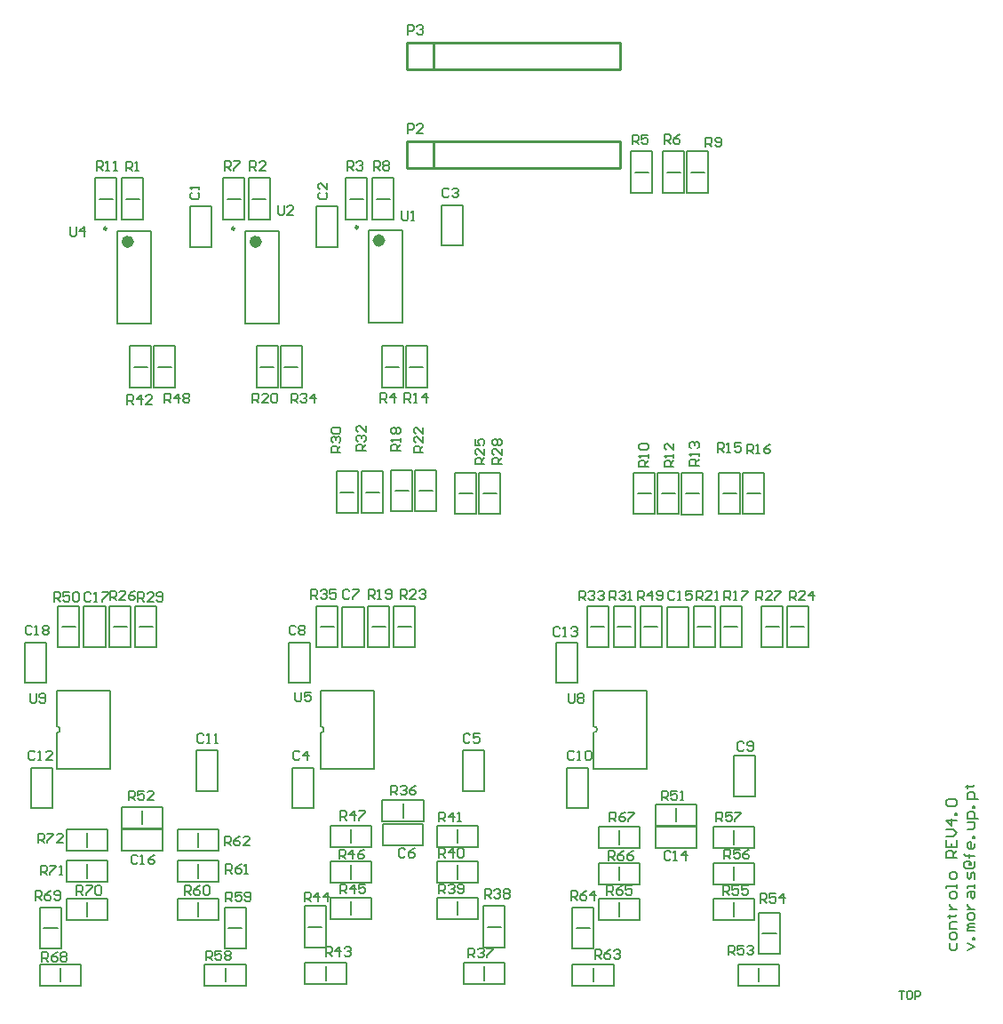
<source format=gbr>
G04 Layer_Color=65535*
%FSLAX25Y25*%
%MOIN*%
%TF.FileFunction,Legend,Top*%
%TF.Part,Single*%
G01*
G75*
%TA.AperFunction,NonConductor*%
%ADD40C,0.01000*%
%ADD41C,0.00787*%
%ADD42C,0.00700*%
%ADD43C,0.00600*%
%ADD63C,0.00984*%
%ADD64C,0.02362*%
%ADD65C,0.00500*%
%ADD66C,0.00800*%
D40*
X169500Y308500D02*
Y318500D01*
X159500Y308500D02*
X239500D01*
Y318500D01*
X159500D02*
X239500D01*
X159500Y308500D02*
Y318500D01*
X169500Y345500D02*
Y355500D01*
X159500Y345500D02*
X239500D01*
Y355500D01*
X159500D02*
X239500D01*
X159500Y345500D02*
Y355500D01*
D41*
X28000Y96707D02*
G03*
X28000Y99207I0J1250D01*
G01*
X127000Y96707D02*
G03*
X127000Y99207I0J1250D01*
G01*
X229500Y96707D02*
G03*
X229500Y99207I0J1250D01*
G01*
X43941Y297000D02*
X49059D01*
X147941Y297000D02*
X153059D01*
X91941Y297000D02*
X97059D01*
X256941Y307000D02*
X262059D01*
X157937Y64941D02*
Y70059D01*
X178437Y28441D02*
Y33559D01*
X178437Y41941D02*
Y47059D01*
X178437Y55441D02*
Y60559D01*
X189618Y24000D02*
X194736D01*
X188437Y3941D02*
Y9059D01*
X138500Y55441D02*
Y60559D01*
X138437Y41941D02*
Y47059D01*
X138437Y28441D02*
Y33559D01*
X122378Y24000D02*
X127496D01*
X128937Y3941D02*
Y9059D01*
X260500Y63441D02*
Y68559D01*
X291500Y3441D02*
Y8559D01*
X292878Y21500D02*
X297996D01*
X282000Y27941D02*
Y33059D01*
X282000Y41441D02*
Y46559D01*
X282000Y54941D02*
Y60059D01*
X229240Y3441D02*
Y8559D01*
X222941Y23500D02*
X228059D01*
X239000Y27941D02*
Y33059D01*
X239000Y41441D02*
Y46559D01*
X239000Y54941D02*
Y60059D01*
X101441Y297000D02*
X106559D01*
X137941D02*
X143059D01*
X28000Y83331D02*
Y96707D01*
Y99207D02*
Y112583D01*
X48000D01*
Y83331D02*
Y112583D01*
X28000Y83331D02*
X48000D01*
X29941Y136500D02*
X35059D01*
X146274D02*
X151392D01*
X155941Y136500D02*
X161059D01*
X126941Y136500D02*
X132059D01*
X29486Y3441D02*
Y8559D01*
X23187Y23500D02*
X28305D01*
X91246Y3441D02*
Y8559D01*
X92427Y23500D02*
X97545D01*
X81000Y27941D02*
Y33059D01*
X39500Y27941D02*
Y33059D01*
X39500Y42334D02*
Y47452D01*
X39500Y54048D02*
Y59166D01*
X81000Y42334D02*
Y47452D01*
X81000Y54048D02*
Y59166D01*
X60000Y62441D02*
Y67559D01*
X49274Y136500D02*
X54392D01*
X58941Y136500D02*
X64059D01*
X127000Y83331D02*
Y96707D01*
Y99207D02*
Y112583D01*
X147000D01*
Y83331D02*
Y112583D01*
X127000Y83331D02*
X147000D01*
X229500D02*
Y96707D01*
Y99207D02*
Y112583D01*
X249500D01*
Y83331D02*
Y112583D01*
X229500Y83331D02*
X249500D01*
X228441Y136500D02*
X233559D01*
X238423Y136500D02*
X243541D01*
X248405D02*
X253523D01*
X268441D02*
X273559D01*
X278441Y136500D02*
X283559D01*
X293941Y136500D02*
X299059D01*
X303441Y136500D02*
X308559D01*
X286941Y186500D02*
X292059D01*
X277941D02*
X283059D01*
X263941Y186437D02*
X269059D01*
X254941Y186500D02*
X260059D01*
X245941Y186500D02*
X251059D01*
X187941Y186500D02*
X193059D01*
X178941Y186500D02*
X184059D01*
X163941Y187500D02*
X169059D01*
X154941Y187500D02*
X160059D01*
X143941Y187000D02*
X149059D01*
X134441Y187000D02*
X139559D01*
X56941Y234000D02*
X62059D01*
X65941D02*
X71059D01*
X104441D02*
X109559D01*
X113441D02*
X118559D01*
X151441D02*
X156559D01*
X160441D02*
X165559D01*
X144972Y250677D02*
Y285323D01*
X157571Y250677D02*
Y285323D01*
X144972D02*
X157571D01*
X144972Y250677D02*
X157571D01*
X98701Y250177D02*
Y284823D01*
X111299Y250177D02*
Y284823D01*
X98701D02*
X111299D01*
X98701Y250177D02*
X111299D01*
X50701D02*
Y284823D01*
X63299Y250177D02*
Y284823D01*
X50701D02*
X63299D01*
X50701Y250177D02*
X63299D01*
X53941Y297000D02*
X59059D01*
X244941Y307000D02*
X250059D01*
X265941D02*
X271059D01*
D42*
X42995Y307650D02*
Y311149D01*
X44745D01*
X45328Y310566D01*
Y309400D01*
X44745Y308817D01*
X42995D01*
X44162D02*
X45328Y307650D01*
X46494D02*
X47660D01*
X47077D01*
Y311149D01*
X46494Y310566D01*
X49410Y307650D02*
X50576D01*
X49993D01*
Y311149D01*
X49410Y310566D01*
X146995Y307650D02*
Y311149D01*
X148745D01*
X149328Y310566D01*
Y309400D01*
X148745Y308817D01*
X146995D01*
X148162D02*
X149328Y307650D01*
X150494Y310566D02*
X151077Y311149D01*
X152244D01*
X152827Y310566D01*
Y309983D01*
X152244Y309400D01*
X152827Y308817D01*
Y308233D01*
X152244Y307650D01*
X151077D01*
X150494Y308233D01*
Y308817D01*
X151077Y309400D01*
X150494Y309983D01*
Y310566D01*
X151077Y309400D02*
X152244D01*
X90995Y307650D02*
Y311149D01*
X92745D01*
X93328Y310566D01*
Y309400D01*
X92745Y308817D01*
X90995D01*
X92162D02*
X93328Y307650D01*
X94494Y311149D02*
X96827D01*
Y310566D01*
X94494Y308233D01*
Y307650D01*
X68500Y220500D02*
Y223999D01*
X70249D01*
X70833Y223416D01*
Y222249D01*
X70249Y221666D01*
X68500D01*
X69666D02*
X70833Y220500D01*
X73748D02*
Y223999D01*
X71999Y222249D01*
X74331D01*
X75498Y223416D02*
X76081Y223999D01*
X77247D01*
X77830Y223416D01*
Y222833D01*
X77247Y222249D01*
X77830Y221666D01*
Y221083D01*
X77247Y220500D01*
X76081D01*
X75498Y221083D01*
Y221666D01*
X76081Y222249D01*
X75498Y222833D01*
Y223416D01*
X76081Y222249D02*
X77247D01*
X54500Y220000D02*
Y223499D01*
X56249D01*
X56833Y222916D01*
Y221749D01*
X56249Y221166D01*
X54500D01*
X55666D02*
X56833Y220000D01*
X59748D02*
Y223499D01*
X57999Y221749D01*
X60331D01*
X63830Y220000D02*
X61498D01*
X63830Y222333D01*
Y222916D01*
X63247Y223499D01*
X62081D01*
X61498Y222916D01*
X116000Y220500D02*
Y223999D01*
X117749D01*
X118333Y223416D01*
Y222249D01*
X117749Y221666D01*
X116000D01*
X117166D02*
X118333Y220500D01*
X119499Y223416D02*
X120082Y223999D01*
X121248D01*
X121831Y223416D01*
Y222833D01*
X121248Y222249D01*
X120665D01*
X121248D01*
X121831Y221666D01*
Y221083D01*
X121248Y220500D01*
X120082D01*
X119499Y221083D01*
X124747Y220500D02*
Y223999D01*
X122998Y222249D01*
X125330D01*
X101500Y220500D02*
Y223999D01*
X103249D01*
X103833Y223416D01*
Y222249D01*
X103249Y221666D01*
X101500D01*
X102666D02*
X103833Y220500D01*
X107331D02*
X104999D01*
X107331Y222833D01*
Y223416D01*
X106748Y223999D01*
X105582D01*
X104999Y223416D01*
X108498D02*
X109081Y223999D01*
X110247D01*
X110830Y223416D01*
Y221083D01*
X110247Y220500D01*
X109081D01*
X108498Y221083D01*
Y223416D01*
X158495Y220650D02*
Y224149D01*
X160245D01*
X160828Y223566D01*
Y222400D01*
X160245Y221817D01*
X158495D01*
X159662D02*
X160828Y220650D01*
X161994D02*
X163160D01*
X162577D01*
Y224149D01*
X161994Y223566D01*
X166659Y220650D02*
Y224149D01*
X164910Y222400D01*
X167242D01*
X149495Y220650D02*
Y224149D01*
X151245D01*
X151828Y223566D01*
Y222400D01*
X151245Y221817D01*
X149495D01*
X150662D02*
X151828Y220650D01*
X154744D02*
Y224149D01*
X152994Y222400D01*
X155327D01*
X271500Y316500D02*
Y319999D01*
X273249D01*
X273833Y319416D01*
Y318249D01*
X273249Y317666D01*
X271500D01*
X272666D02*
X273833Y316500D01*
X274999Y317083D02*
X275582Y316500D01*
X276748D01*
X277331Y317083D01*
Y319416D01*
X276748Y319999D01*
X275582D01*
X274999Y319416D01*
Y318833D01*
X275582Y318249D01*
X277331D01*
X255995Y317650D02*
Y321149D01*
X257745D01*
X258328Y320566D01*
Y319400D01*
X257745Y318817D01*
X255995D01*
X257162D02*
X258328Y317650D01*
X261827Y321149D02*
X260660Y320566D01*
X259494Y319400D01*
Y318233D01*
X260077Y317650D01*
X261244D01*
X261827Y318233D01*
Y318817D01*
X261244Y319400D01*
X259494D01*
X244000Y317500D02*
Y320999D01*
X245749D01*
X246333Y320416D01*
Y319249D01*
X245749Y318666D01*
X244000D01*
X245166D02*
X246333Y317500D01*
X249831Y320999D02*
X247499D01*
Y319249D01*
X248665Y319833D01*
X249248D01*
X249831Y319249D01*
Y318083D01*
X249248Y317500D01*
X248082D01*
X247499Y318083D01*
X269000Y197000D02*
X265501D01*
Y198749D01*
X266084Y199333D01*
X267251D01*
X267834Y198749D01*
Y197000D01*
Y198166D02*
X269000Y199333D01*
Y200499D02*
Y201665D01*
Y201082D01*
X265501D01*
X266084Y200499D01*
Y203415D02*
X265501Y203998D01*
Y205164D01*
X266084Y205747D01*
X266667D01*
X267251Y205164D01*
Y204581D01*
Y205164D01*
X267834Y205747D01*
X268417D01*
X269000Y205164D01*
Y203998D01*
X268417Y203415D01*
X259500Y196500D02*
X256001D01*
Y198249D01*
X256584Y198833D01*
X257751D01*
X258334Y198249D01*
Y196500D01*
Y197666D02*
X259500Y198833D01*
Y199999D02*
Y201165D01*
Y200582D01*
X256001D01*
X256584Y199999D01*
X259500Y205247D02*
Y202915D01*
X257167Y205247D01*
X256584D01*
X256001Y204664D01*
Y203498D01*
X256584Y202915D01*
X250000Y196500D02*
X246501D01*
Y198249D01*
X247084Y198833D01*
X248251D01*
X248834Y198249D01*
Y196500D01*
Y197666D02*
X250000Y198833D01*
Y199999D02*
Y201165D01*
Y200582D01*
X246501D01*
X247084Y199999D01*
Y202915D02*
X246501Y203498D01*
Y204664D01*
X247084Y205247D01*
X249417D01*
X250000Y204664D01*
Y203498D01*
X249417Y202915D01*
X247084D01*
X144000Y202500D02*
X140501D01*
Y204249D01*
X141084Y204833D01*
X142251D01*
X142834Y204249D01*
Y202500D01*
Y203666D02*
X144000Y204833D01*
X141084Y205999D02*
X140501Y206582D01*
Y207748D01*
X141084Y208331D01*
X141667D01*
X142251Y207748D01*
Y207165D01*
Y207748D01*
X142834Y208331D01*
X143417D01*
X144000Y207748D01*
Y206582D01*
X143417Y205999D01*
X144000Y211830D02*
Y209498D01*
X141667Y211830D01*
X141084D01*
X140501Y211247D01*
Y210081D01*
X141084Y209498D01*
X134500Y202000D02*
X131001D01*
Y203749D01*
X131584Y204333D01*
X132751D01*
X133334Y203749D01*
Y202000D01*
Y203166D02*
X134500Y204333D01*
X131584Y205499D02*
X131001Y206082D01*
Y207248D01*
X131584Y207831D01*
X132167D01*
X132751Y207248D01*
Y206665D01*
Y207248D01*
X133334Y207831D01*
X133917D01*
X134500Y207248D01*
Y206082D01*
X133917Y205499D01*
X131584Y208998D02*
X131001Y209581D01*
Y210747D01*
X131584Y211330D01*
X133917D01*
X134500Y210747D01*
Y209581D01*
X133917Y208998D01*
X131584D01*
X195000Y197500D02*
X191501D01*
Y199249D01*
X192084Y199833D01*
X193251D01*
X193834Y199249D01*
Y197500D01*
Y198666D02*
X195000Y199833D01*
Y203331D02*
Y200999D01*
X192667Y203331D01*
X192084D01*
X191501Y202748D01*
Y201582D01*
X192084Y200999D01*
Y204498D02*
X191501Y205081D01*
Y206247D01*
X192084Y206830D01*
X192667D01*
X193251Y206247D01*
X193834Y206830D01*
X194417D01*
X195000Y206247D01*
Y205081D01*
X194417Y204498D01*
X193834D01*
X193251Y205081D01*
X192667Y204498D01*
X192084D01*
X193251Y205081D02*
Y206247D01*
X188500Y197500D02*
X185001D01*
Y199249D01*
X185584Y199833D01*
X186751D01*
X187334Y199249D01*
Y197500D01*
Y198666D02*
X188500Y199833D01*
Y203331D02*
Y200999D01*
X186167Y203331D01*
X185584D01*
X185001Y202748D01*
Y201582D01*
X185584Y200999D01*
X185001Y206830D02*
Y204498D01*
X186751D01*
X186167Y205664D01*
Y206247D01*
X186751Y206830D01*
X187917D01*
X188500Y206247D01*
Y205081D01*
X187917Y204498D01*
X165500Y202000D02*
X162001D01*
Y203749D01*
X162584Y204333D01*
X163751D01*
X164334Y203749D01*
Y202000D01*
Y203166D02*
X165500Y204333D01*
Y207831D02*
Y205499D01*
X163167Y207831D01*
X162584D01*
X162001Y207248D01*
Y206082D01*
X162584Y205499D01*
X165500Y211330D02*
Y208998D01*
X163167Y211330D01*
X162584D01*
X162001Y210747D01*
Y209581D01*
X162584Y208998D01*
X157000Y202500D02*
X153501D01*
Y204249D01*
X154084Y204833D01*
X155251D01*
X155834Y204249D01*
Y202500D01*
Y203666D02*
X157000Y204833D01*
Y205999D02*
Y207165D01*
Y206582D01*
X153501D01*
X154084Y205999D01*
Y208915D02*
X153501Y209498D01*
Y210664D01*
X154084Y211247D01*
X154667D01*
X155251Y210664D01*
X155834Y211247D01*
X156417D01*
X157000Y210664D01*
Y209498D01*
X156417Y208915D01*
X155834D01*
X155251Y209498D01*
X154667Y208915D01*
X154084D01*
X155251Y209498D02*
Y210664D01*
X287000Y201500D02*
Y204999D01*
X288749D01*
X289333Y204416D01*
Y203249D01*
X288749Y202666D01*
X287000D01*
X288166D02*
X289333Y201500D01*
X290499D02*
X291665D01*
X291082D01*
Y204999D01*
X290499Y204416D01*
X295747Y204999D02*
X294581Y204416D01*
X293415Y203249D01*
Y202083D01*
X293998Y201500D01*
X295164D01*
X295747Y202083D01*
Y202666D01*
X295164Y203249D01*
X293415D01*
X276000Y202000D02*
Y205499D01*
X277749D01*
X278333Y204916D01*
Y203749D01*
X277749Y203166D01*
X276000D01*
X277166D02*
X278333Y202000D01*
X279499D02*
X280665D01*
X280082D01*
Y205499D01*
X279499Y204916D01*
X284747Y205499D02*
X282415D01*
Y203749D01*
X283581Y204333D01*
X284164D01*
X284747Y203749D01*
Y202583D01*
X284164Y202000D01*
X282998D01*
X282415Y202583D01*
X224000Y146500D02*
Y149999D01*
X225749D01*
X226333Y149416D01*
Y148249D01*
X225749Y147666D01*
X224000D01*
X225166D02*
X226333Y146500D01*
X227499Y149416D02*
X228082Y149999D01*
X229248D01*
X229831Y149416D01*
Y148833D01*
X229248Y148249D01*
X228665D01*
X229248D01*
X229831Y147666D01*
Y147083D01*
X229248Y146500D01*
X228082D01*
X227499Y147083D01*
X230998Y149416D02*
X231581Y149999D01*
X232747D01*
X233330Y149416D01*
Y148833D01*
X232747Y148249D01*
X232164D01*
X232747D01*
X233330Y147666D01*
Y147083D01*
X232747Y146500D01*
X231581D01*
X230998Y147083D01*
X235500Y146500D02*
Y149999D01*
X237249D01*
X237833Y149416D01*
Y148249D01*
X237249Y147666D01*
X235500D01*
X236666D02*
X237833Y146500D01*
X238999Y149416D02*
X239582Y149999D01*
X240748D01*
X241331Y149416D01*
Y148833D01*
X240748Y148249D01*
X240165D01*
X240748D01*
X241331Y147666D01*
Y147083D01*
X240748Y146500D01*
X239582D01*
X238999Y147083D01*
X242498Y146500D02*
X243664D01*
X243081D01*
Y149999D01*
X242498Y149416D01*
X58500Y146000D02*
Y149499D01*
X60249D01*
X60833Y148916D01*
Y147749D01*
X60249Y147166D01*
X58500D01*
X59666D02*
X60833Y146000D01*
X64331D02*
X61999D01*
X64331Y148333D01*
Y148916D01*
X63748Y149499D01*
X62582D01*
X61999Y148916D01*
X65498Y146583D02*
X66081Y146000D01*
X67247D01*
X67830Y146583D01*
Y148916D01*
X67247Y149499D01*
X66081D01*
X65498Y148916D01*
Y148333D01*
X66081Y147749D01*
X67830D01*
X48000Y146500D02*
Y149999D01*
X49749D01*
X50333Y149416D01*
Y148249D01*
X49749Y147666D01*
X48000D01*
X49166D02*
X50333Y146500D01*
X53831D02*
X51499D01*
X53831Y148833D01*
Y149416D01*
X53248Y149999D01*
X52082D01*
X51499Y149416D01*
X57330Y149999D02*
X56164Y149416D01*
X54998Y148249D01*
Y147083D01*
X55581Y146500D01*
X56747D01*
X57330Y147083D01*
Y147666D01*
X56747Y148249D01*
X54998D01*
X157000Y147000D02*
Y150499D01*
X158749D01*
X159333Y149916D01*
Y148749D01*
X158749Y148166D01*
X157000D01*
X158166D02*
X159333Y147000D01*
X162831D02*
X160499D01*
X162831Y149333D01*
Y149916D01*
X162248Y150499D01*
X161082D01*
X160499Y149916D01*
X163998D02*
X164581Y150499D01*
X165747D01*
X166330Y149916D01*
Y149333D01*
X165747Y148749D01*
X165164D01*
X165747D01*
X166330Y148166D01*
Y147583D01*
X165747Y147000D01*
X164581D01*
X163998Y147583D01*
X145000Y147000D02*
Y150499D01*
X146749D01*
X147333Y149916D01*
Y148749D01*
X146749Y148166D01*
X145000D01*
X146166D02*
X147333Y147000D01*
X148499D02*
X149665D01*
X149082D01*
Y150499D01*
X148499Y149916D01*
X151415Y147583D02*
X151998Y147000D01*
X153164D01*
X153747Y147583D01*
Y149916D01*
X153164Y150499D01*
X151998D01*
X151415Y149916D01*
Y149333D01*
X151998Y148749D01*
X153747D01*
X117500Y111999D02*
Y109083D01*
X118083Y108500D01*
X119249D01*
X119833Y109083D01*
Y111999D01*
X123331D02*
X120999D01*
Y110249D01*
X122165Y110833D01*
X122748D01*
X123331Y110249D01*
Y109083D01*
X122748Y108500D01*
X121582D01*
X120999Y109083D01*
X153437Y73500D02*
Y76999D01*
X155186D01*
X155770Y76416D01*
Y75249D01*
X155186Y74666D01*
X153437D01*
X154603D02*
X155770Y73500D01*
X156936Y76416D02*
X157519Y76999D01*
X158685D01*
X159268Y76416D01*
Y75833D01*
X158685Y75249D01*
X158102D01*
X158685D01*
X159268Y74666D01*
Y74083D01*
X158685Y73500D01*
X157519D01*
X156936Y74083D01*
X162767Y76999D02*
X161601Y76416D01*
X160435Y75249D01*
Y74083D01*
X161018Y73500D01*
X162184D01*
X162767Y74083D01*
Y74666D01*
X162184Y75249D01*
X160435D01*
X123500Y147000D02*
Y150499D01*
X125249D01*
X125833Y149916D01*
Y148749D01*
X125249Y148166D01*
X123500D01*
X124666D02*
X125833Y147000D01*
X126999Y149916D02*
X127582Y150499D01*
X128748D01*
X129331Y149916D01*
Y149333D01*
X128748Y148749D01*
X128165D01*
X128748D01*
X129331Y148166D01*
Y147583D01*
X128748Y147000D01*
X127582D01*
X126999Y147583D01*
X132830Y150499D02*
X130498D01*
Y148749D01*
X131664Y149333D01*
X132247D01*
X132830Y148749D01*
Y147583D01*
X132247Y147000D01*
X131081D01*
X130498Y147583D01*
X171437Y36500D02*
Y39999D01*
X173186D01*
X173770Y39416D01*
Y38249D01*
X173186Y37666D01*
X171437D01*
X172603D02*
X173770Y36500D01*
X174936Y39416D02*
X175519Y39999D01*
X176685D01*
X177269Y39416D01*
Y38833D01*
X176685Y38249D01*
X176102D01*
X176685D01*
X177269Y37666D01*
Y37083D01*
X176685Y36500D01*
X175519D01*
X174936Y37083D01*
X178435D02*
X179018Y36500D01*
X180184D01*
X180767Y37083D01*
Y39416D01*
X180184Y39999D01*
X179018D01*
X178435Y39416D01*
Y38833D01*
X179018Y38249D01*
X180767D01*
X171437Y50000D02*
Y53499D01*
X173186D01*
X173770Y52916D01*
Y51749D01*
X173186Y51166D01*
X171437D01*
X172603D02*
X173770Y50000D01*
X176685D02*
Y53499D01*
X174936Y51749D01*
X177269D01*
X178435Y52916D02*
X179018Y53499D01*
X180184D01*
X180767Y52916D01*
Y50583D01*
X180184Y50000D01*
X179018D01*
X178435Y50583D01*
Y52916D01*
X171437Y63500D02*
Y66999D01*
X173186D01*
X173770Y66416D01*
Y65249D01*
X173186Y64666D01*
X171437D01*
X172603D02*
X173770Y63500D01*
X176685D02*
Y66999D01*
X174936Y65249D01*
X177269D01*
X178435Y63500D02*
X179601D01*
X179018D01*
Y66999D01*
X178435Y66416D01*
X188595Y34650D02*
Y38149D01*
X190345D01*
X190928Y37566D01*
Y36400D01*
X190345Y35817D01*
X188595D01*
X189762D02*
X190928Y34650D01*
X192094Y37566D02*
X192677Y38149D01*
X193844D01*
X194427Y37566D01*
Y36983D01*
X193844Y36400D01*
X193260D01*
X193844D01*
X194427Y35817D01*
Y35234D01*
X193844Y34650D01*
X192677D01*
X192094Y35234D01*
X195593Y37566D02*
X196176Y38149D01*
X197342D01*
X197926Y37566D01*
Y36983D01*
X197342Y36400D01*
X197926Y35817D01*
Y35234D01*
X197342Y34650D01*
X196176D01*
X195593Y35234D01*
Y35817D01*
X196176Y36400D01*
X195593Y36983D01*
Y37566D01*
X196176Y36400D02*
X197342D01*
X182437Y12500D02*
Y15999D01*
X184186D01*
X184770Y15416D01*
Y14249D01*
X184186Y13666D01*
X182437D01*
X183603D02*
X184770Y12500D01*
X185936Y15416D02*
X186519Y15999D01*
X187685D01*
X188268Y15416D01*
Y14833D01*
X187685Y14249D01*
X187102D01*
X187685D01*
X188268Y13666D01*
Y13083D01*
X187685Y12500D01*
X186519D01*
X185936Y13083D01*
X189435Y15999D02*
X191767D01*
Y15416D01*
X189435Y13083D01*
Y12500D01*
X134437Y64000D02*
Y67499D01*
X136186D01*
X136770Y66916D01*
Y65749D01*
X136186Y65166D01*
X134437D01*
X135603D02*
X136770Y64000D01*
X139685D02*
Y67499D01*
X137936Y65749D01*
X140269D01*
X141435Y67499D02*
X143767D01*
Y66916D01*
X141435Y64583D01*
Y64000D01*
X133937Y49500D02*
Y52999D01*
X135686D01*
X136270Y52416D01*
Y51249D01*
X135686Y50666D01*
X133937D01*
X135103D02*
X136270Y49500D01*
X139185D02*
Y52999D01*
X137436Y51249D01*
X139769D01*
X143267Y52999D02*
X142101Y52416D01*
X140935Y51249D01*
Y50083D01*
X141518Y49500D01*
X142684D01*
X143267Y50083D01*
Y50666D01*
X142684Y51249D01*
X140935D01*
X134437Y36500D02*
Y39999D01*
X136186D01*
X136770Y39416D01*
Y38249D01*
X136186Y37666D01*
X134437D01*
X135603D02*
X136770Y36500D01*
X139685D02*
Y39999D01*
X137936Y38249D01*
X140269D01*
X143767Y39999D02*
X141435D01*
Y38249D01*
X142601Y38833D01*
X143184D01*
X143767Y38249D01*
Y37083D01*
X143184Y36500D01*
X142018D01*
X141435Y37083D01*
X120937Y33500D02*
Y36999D01*
X122686D01*
X123270Y36416D01*
Y35249D01*
X122686Y34666D01*
X120937D01*
X122103D02*
X123270Y33500D01*
X126185D02*
Y36999D01*
X124436Y35249D01*
X126769D01*
X129684Y33500D02*
Y36999D01*
X127935Y35249D01*
X130267D01*
X128937Y13000D02*
Y16499D01*
X130686D01*
X131270Y15916D01*
Y14749D01*
X130686Y14166D01*
X128937D01*
X130103D02*
X131270Y13000D01*
X134185D02*
Y16499D01*
X132436Y14749D01*
X134768D01*
X135935Y15916D02*
X136518Y16499D01*
X137684D01*
X138267Y15916D01*
Y15333D01*
X137684Y14749D01*
X137101D01*
X137684D01*
X138267Y14166D01*
Y13583D01*
X137684Y13000D01*
X136518D01*
X135935Y13583D01*
X119228Y89466D02*
X118645Y90049D01*
X117478D01*
X116895Y89466D01*
Y87134D01*
X117478Y86550D01*
X118645D01*
X119228Y87134D01*
X122144Y86550D02*
Y90049D01*
X120394Y88300D01*
X122727D01*
X183128Y95966D02*
X182545Y96549D01*
X181378D01*
X180795Y95966D01*
Y93634D01*
X181378Y93050D01*
X182545D01*
X183128Y93634D01*
X186627Y96549D02*
X184294D01*
Y94800D01*
X185460Y95383D01*
X186044D01*
X186627Y94800D01*
Y93634D01*
X186044Y93050D01*
X184877D01*
X184294Y93634D01*
X158770Y52916D02*
X158186Y53499D01*
X157020D01*
X156437Y52916D01*
Y50583D01*
X157020Y50000D01*
X158186D01*
X158770Y50583D01*
X162268Y53499D02*
X161102Y52916D01*
X159936Y51749D01*
Y50583D01*
X160519Y50000D01*
X161685D01*
X162268Y50583D01*
Y51166D01*
X161685Y51749D01*
X159936D01*
X117728Y136466D02*
X117145Y137049D01*
X115978D01*
X115395Y136466D01*
Y134134D01*
X115978Y133550D01*
X117145D01*
X117728Y134134D01*
X118894Y136466D02*
X119477Y137049D01*
X120644D01*
X121227Y136466D01*
Y135883D01*
X120644Y135300D01*
X121227Y134717D01*
Y134134D01*
X120644Y133550D01*
X119477D01*
X118894Y134134D01*
Y134717D01*
X119477Y135300D01*
X118894Y135883D01*
Y136466D01*
X119477Y135300D02*
X120644D01*
X137833Y149916D02*
X137249Y150499D01*
X136083D01*
X135500Y149916D01*
Y147583D01*
X136083Y147000D01*
X137249D01*
X137833Y147583D01*
X138999Y150499D02*
X141331D01*
Y149916D01*
X138999Y147583D01*
Y147000D01*
X21000Y55500D02*
Y58999D01*
X22749D01*
X23333Y58416D01*
Y57249D01*
X22749Y56666D01*
X21000D01*
X22166D02*
X23333Y55500D01*
X24499Y58999D02*
X26831D01*
Y58416D01*
X24499Y56083D01*
Y55500D01*
X30330D02*
X27998D01*
X30330Y57833D01*
Y58416D01*
X29747Y58999D01*
X28581D01*
X27998Y58416D01*
X22000Y43500D02*
Y46999D01*
X23749D01*
X24333Y46416D01*
Y45249D01*
X23749Y44666D01*
X22000D01*
X23166D02*
X24333Y43500D01*
X25499Y46999D02*
X27832D01*
Y46416D01*
X25499Y44083D01*
Y43500D01*
X28998D02*
X30164D01*
X29581D01*
Y46999D01*
X28998Y46416D01*
X35500Y36000D02*
Y39499D01*
X37249D01*
X37833Y38916D01*
Y37749D01*
X37249Y37166D01*
X35500D01*
X36666D02*
X37833Y36000D01*
X38999Y39499D02*
X41331D01*
Y38916D01*
X38999Y36583D01*
Y36000D01*
X42498Y38916D02*
X43081Y39499D01*
X44247D01*
X44830Y38916D01*
Y36583D01*
X44247Y36000D01*
X43081D01*
X42498Y36583D01*
Y38916D01*
X20000Y34000D02*
Y37499D01*
X21749D01*
X22333Y36916D01*
Y35749D01*
X21749Y35166D01*
X20000D01*
X21166D02*
X22333Y34000D01*
X25831Y37499D02*
X24665Y36916D01*
X23499Y35749D01*
Y34583D01*
X24082Y34000D01*
X25248D01*
X25831Y34583D01*
Y35166D01*
X25248Y35749D01*
X23499D01*
X26998Y34583D02*
X27581Y34000D01*
X28747D01*
X29330Y34583D01*
Y36916D01*
X28747Y37499D01*
X27581D01*
X26998Y36916D01*
Y36333D01*
X27581Y35749D01*
X29330D01*
X22500Y11000D02*
Y14499D01*
X24249D01*
X24833Y13916D01*
Y12749D01*
X24249Y12166D01*
X22500D01*
X23666D02*
X24833Y11000D01*
X28332Y14499D02*
X27165Y13916D01*
X25999Y12749D01*
Y11583D01*
X26582Y11000D01*
X27748D01*
X28332Y11583D01*
Y12166D01*
X27748Y12749D01*
X25999D01*
X29498Y13916D02*
X30081Y14499D01*
X31247D01*
X31830Y13916D01*
Y13333D01*
X31247Y12749D01*
X31830Y12166D01*
Y11583D01*
X31247Y11000D01*
X30081D01*
X29498Y11583D01*
Y12166D01*
X30081Y12749D01*
X29498Y13333D01*
Y13916D01*
X30081Y12749D02*
X31247D01*
X91000Y54500D02*
Y57999D01*
X92749D01*
X93333Y57416D01*
Y56249D01*
X92749Y55666D01*
X91000D01*
X92166D02*
X93333Y54500D01*
X96831Y57999D02*
X95665Y57416D01*
X94499Y56249D01*
Y55083D01*
X95082Y54500D01*
X96248D01*
X96831Y55083D01*
Y55666D01*
X96248Y56249D01*
X94499D01*
X100330Y54500D02*
X97998D01*
X100330Y56833D01*
Y57416D01*
X99747Y57999D01*
X98581D01*
X97998Y57416D01*
X91500Y44000D02*
Y47499D01*
X93249D01*
X93833Y46916D01*
Y45749D01*
X93249Y45166D01*
X91500D01*
X92666D02*
X93833Y44000D01*
X97331Y47499D02*
X96165Y46916D01*
X94999Y45749D01*
Y44583D01*
X95582Y44000D01*
X96748D01*
X97331Y44583D01*
Y45166D01*
X96748Y45749D01*
X94999D01*
X98498Y44000D02*
X99664D01*
X99081D01*
Y47499D01*
X98498Y46916D01*
X76000Y36000D02*
Y39499D01*
X77749D01*
X78333Y38916D01*
Y37749D01*
X77749Y37166D01*
X76000D01*
X77166D02*
X78333Y36000D01*
X81831Y39499D02*
X80665Y38916D01*
X79499Y37749D01*
Y36583D01*
X80082Y36000D01*
X81248D01*
X81831Y36583D01*
Y37166D01*
X81248Y37749D01*
X79499D01*
X82998Y38916D02*
X83581Y39499D01*
X84747D01*
X85330Y38916D01*
Y36583D01*
X84747Y36000D01*
X83581D01*
X82998Y36583D01*
Y38916D01*
X91500Y33500D02*
Y36999D01*
X93249D01*
X93833Y36416D01*
Y35249D01*
X93249Y34666D01*
X91500D01*
X92666D02*
X93833Y33500D01*
X97331Y36999D02*
X94999D01*
Y35249D01*
X96165Y35833D01*
X96748D01*
X97331Y35249D01*
Y34083D01*
X96748Y33500D01*
X95582D01*
X94999Y34083D01*
X98498D02*
X99081Y33500D01*
X100247D01*
X100830Y34083D01*
Y36416D01*
X100247Y36999D01*
X99081D01*
X98498Y36416D01*
Y35833D01*
X99081Y35249D01*
X100830D01*
X84000Y11500D02*
Y14999D01*
X85749D01*
X86333Y14416D01*
Y13249D01*
X85749Y12666D01*
X84000D01*
X85166D02*
X86333Y11500D01*
X89831Y14999D02*
X87499D01*
Y13249D01*
X88665Y13833D01*
X89248D01*
X89831Y13249D01*
Y12083D01*
X89248Y11500D01*
X88082D01*
X87499Y12083D01*
X90998Y14416D02*
X91581Y14999D01*
X92747D01*
X93330Y14416D01*
Y13833D01*
X92747Y13249D01*
X93330Y12666D01*
Y12083D01*
X92747Y11500D01*
X91581D01*
X90998Y12083D01*
Y12666D01*
X91581Y13249D01*
X90998Y13833D01*
Y14416D01*
X91581Y13249D02*
X92747D01*
X55000Y71500D02*
Y74999D01*
X56749D01*
X57333Y74416D01*
Y73249D01*
X56749Y72666D01*
X55000D01*
X56166D02*
X57333Y71500D01*
X60831Y74999D02*
X58499D01*
Y73249D01*
X59665Y73833D01*
X60248D01*
X60831Y73249D01*
Y72083D01*
X60248Y71500D01*
X59082D01*
X58499Y72083D01*
X64330Y71500D02*
X61998D01*
X64330Y73833D01*
Y74416D01*
X63747Y74999D01*
X62581D01*
X61998Y74416D01*
X27000Y146000D02*
Y149499D01*
X28749D01*
X29333Y148916D01*
Y147749D01*
X28749Y147166D01*
X27000D01*
X28166D02*
X29333Y146000D01*
X32831Y149499D02*
X30499D01*
Y147749D01*
X31665Y148333D01*
X32248D01*
X32831Y147749D01*
Y146583D01*
X32248Y146000D01*
X31082D01*
X30499Y146583D01*
X33998Y148916D02*
X34581Y149499D01*
X35747D01*
X36330Y148916D01*
Y146583D01*
X35747Y146000D01*
X34581D01*
X33998Y146583D01*
Y148916D01*
X40833D02*
X40249Y149499D01*
X39083D01*
X38500Y148916D01*
Y146583D01*
X39083Y146000D01*
X40249D01*
X40833Y146583D01*
X41999Y146000D02*
X43165D01*
X42582D01*
Y149499D01*
X41999Y148916D01*
X44915Y149499D02*
X47247D01*
Y148916D01*
X44915Y146583D01*
Y146000D01*
X58333Y50416D02*
X57749Y50999D01*
X56583D01*
X56000Y50416D01*
Y48083D01*
X56583Y47500D01*
X57749D01*
X58333Y48083D01*
X59499Y47500D02*
X60665D01*
X60082D01*
Y50999D01*
X59499Y50416D01*
X64747Y50999D02*
X63581Y50416D01*
X62415Y49249D01*
Y48083D01*
X62998Y47500D01*
X64164D01*
X64747Y48083D01*
Y48666D01*
X64164Y49249D01*
X62415D01*
X19833Y89416D02*
X19249Y89999D01*
X18083D01*
X17500Y89416D01*
Y87083D01*
X18083Y86500D01*
X19249D01*
X19833Y87083D01*
X20999Y86500D02*
X22165D01*
X21582D01*
Y89999D01*
X20999Y89416D01*
X26247Y86500D02*
X23915D01*
X26247Y88833D01*
Y89416D01*
X25664Y89999D01*
X24498D01*
X23915Y89416D01*
X83228Y95966D02*
X82645Y96549D01*
X81478D01*
X80895Y95966D01*
Y93634D01*
X81478Y93050D01*
X82645D01*
X83228Y93634D01*
X84394Y93050D02*
X85560D01*
X84977D01*
Y96549D01*
X84394Y95966D01*
X87310Y93050D02*
X88476D01*
X87893D01*
Y96549D01*
X87310Y95966D01*
X33000Y286499D02*
Y283583D01*
X33583Y283000D01*
X34749D01*
X35333Y283583D01*
Y286499D01*
X38248Y283000D02*
Y286499D01*
X36499Y284749D01*
X38831D01*
X111000Y294499D02*
Y291583D01*
X111583Y291000D01*
X112749D01*
X113333Y291583D01*
Y294499D01*
X116831Y291000D02*
X114499D01*
X116831Y293333D01*
Y293916D01*
X116248Y294499D01*
X115082D01*
X114499Y293916D01*
X157500Y292499D02*
Y289583D01*
X158083Y289000D01*
X159249D01*
X159833Y289583D01*
Y292499D01*
X160999Y289000D02*
X162165D01*
X161582D01*
Y292499D01*
X160999Y291916D01*
X285833Y92916D02*
X285249Y93499D01*
X284083D01*
X283500Y92916D01*
Y90583D01*
X284083Y90000D01*
X285249D01*
X285833Y90583D01*
X286999D02*
X287582Y90000D01*
X288748D01*
X289331Y90583D01*
Y92916D01*
X288748Y93499D01*
X287582D01*
X286999Y92916D01*
Y92333D01*
X287582Y91749D01*
X289331D01*
X222228Y89466D02*
X221645Y90049D01*
X220478D01*
X219895Y89466D01*
Y87134D01*
X220478Y86550D01*
X221645D01*
X222228Y87134D01*
X223394Y86550D02*
X224560D01*
X223977D01*
Y90049D01*
X223394Y89466D01*
X226310D02*
X226893Y90049D01*
X228059D01*
X228642Y89466D01*
Y87134D01*
X228059Y86550D01*
X226893D01*
X226310Y87134D01*
Y89466D01*
X258333Y51916D02*
X257749Y52499D01*
X256583D01*
X256000Y51916D01*
Y49583D01*
X256583Y49000D01*
X257749D01*
X258333Y49583D01*
X259499Y49000D02*
X260665D01*
X260082D01*
Y52499D01*
X259499Y51916D01*
X264164Y49000D02*
Y52499D01*
X262415Y50749D01*
X264747D01*
X259833Y149416D02*
X259249Y149999D01*
X258083D01*
X257500Y149416D01*
Y147083D01*
X258083Y146500D01*
X259249D01*
X259833Y147083D01*
X260999Y146500D02*
X262165D01*
X261582D01*
Y149999D01*
X260999Y149416D01*
X266247Y149999D02*
X263915D01*
Y148249D01*
X265081Y148833D01*
X265664D01*
X266247Y148249D01*
Y147083D01*
X265664Y146500D01*
X264498D01*
X263915Y147083D01*
X216833Y135916D02*
X216249Y136499D01*
X215083D01*
X214500Y135916D01*
Y133583D01*
X215083Y133000D01*
X216249D01*
X216833Y133583D01*
X217999Y133000D02*
X219165D01*
X218582D01*
Y136499D01*
X217999Y135916D01*
X220915D02*
X221498Y136499D01*
X222664D01*
X223247Y135916D01*
Y135333D01*
X222664Y134749D01*
X222081D01*
X222664D01*
X223247Y134166D01*
Y133583D01*
X222664Y133000D01*
X221498D01*
X220915Y133583D01*
X246000Y146500D02*
Y149999D01*
X247749D01*
X248333Y149416D01*
Y148249D01*
X247749Y147666D01*
X246000D01*
X247166D02*
X248333Y146500D01*
X251248D02*
Y149999D01*
X249499Y148249D01*
X251831D01*
X252998Y147083D02*
X253581Y146500D01*
X254747D01*
X255330Y147083D01*
Y149416D01*
X254747Y149999D01*
X253581D01*
X252998Y149416D01*
Y148833D01*
X253581Y148249D01*
X255330D01*
X255000Y71500D02*
Y74999D01*
X256749D01*
X257333Y74416D01*
Y73249D01*
X256749Y72666D01*
X255000D01*
X256166D02*
X257333Y71500D01*
X260831Y74999D02*
X258499D01*
Y73249D01*
X259665Y73833D01*
X260248D01*
X260831Y73249D01*
Y72083D01*
X260248Y71500D01*
X259082D01*
X258499Y72083D01*
X261998Y71500D02*
X263164D01*
X262581D01*
Y74999D01*
X261998Y74416D01*
X280000Y13500D02*
Y16999D01*
X281749D01*
X282333Y16416D01*
Y15249D01*
X281749Y14666D01*
X280000D01*
X281166D02*
X282333Y13500D01*
X285831Y16999D02*
X283499D01*
Y15249D01*
X284665Y15833D01*
X285248D01*
X285831Y15249D01*
Y14083D01*
X285248Y13500D01*
X284082D01*
X283499Y14083D01*
X286998Y16416D02*
X287581Y16999D01*
X288747D01*
X289330Y16416D01*
Y15833D01*
X288747Y15249D01*
X288164D01*
X288747D01*
X289330Y14666D01*
Y14083D01*
X288747Y13500D01*
X287581D01*
X286998Y14083D01*
X292000Y33000D02*
Y36499D01*
X293749D01*
X294333Y35916D01*
Y34749D01*
X293749Y34166D01*
X292000D01*
X293166D02*
X294333Y33000D01*
X297831Y36499D02*
X295499D01*
Y34749D01*
X296665Y35333D01*
X297248D01*
X297831Y34749D01*
Y33583D01*
X297248Y33000D01*
X296082D01*
X295499Y33583D01*
X300747Y33000D02*
Y36499D01*
X298998Y34749D01*
X301330D01*
X278000Y36000D02*
Y39499D01*
X279749D01*
X280333Y38916D01*
Y37749D01*
X279749Y37166D01*
X278000D01*
X279166D02*
X280333Y36000D01*
X283831Y39499D02*
X281499D01*
Y37749D01*
X282665Y38333D01*
X283248D01*
X283831Y37749D01*
Y36583D01*
X283248Y36000D01*
X282082D01*
X281499Y36583D01*
X287330Y39499D02*
X284998D01*
Y37749D01*
X286164Y38333D01*
X286747D01*
X287330Y37749D01*
Y36583D01*
X286747Y36000D01*
X285581D01*
X284998Y36583D01*
X278500Y49500D02*
Y52999D01*
X280249D01*
X280833Y52416D01*
Y51249D01*
X280249Y50666D01*
X278500D01*
X279666D02*
X280833Y49500D01*
X284331Y52999D02*
X281999D01*
Y51249D01*
X283165Y51833D01*
X283748D01*
X284331Y51249D01*
Y50083D01*
X283748Y49500D01*
X282582D01*
X281999Y50083D01*
X287830Y52999D02*
X286664Y52416D01*
X285498Y51249D01*
Y50083D01*
X286081Y49500D01*
X287247D01*
X287830Y50083D01*
Y50666D01*
X287247Y51249D01*
X285498D01*
X275500Y63500D02*
Y66999D01*
X277249D01*
X277833Y66416D01*
Y65249D01*
X277249Y64666D01*
X275500D01*
X276666D02*
X277833Y63500D01*
X281331Y66999D02*
X278999D01*
Y65249D01*
X280165Y65833D01*
X280748D01*
X281331Y65249D01*
Y64083D01*
X280748Y63500D01*
X279582D01*
X278999Y64083D01*
X282498Y66999D02*
X284830D01*
Y66416D01*
X282498Y64083D01*
Y63500D01*
X230000Y12000D02*
Y15499D01*
X231749D01*
X232333Y14916D01*
Y13749D01*
X231749Y13166D01*
X230000D01*
X231166D02*
X232333Y12000D01*
X235831Y15499D02*
X234665Y14916D01*
X233499Y13749D01*
Y12583D01*
X234082Y12000D01*
X235248D01*
X235831Y12583D01*
Y13166D01*
X235248Y13749D01*
X233499D01*
X236998Y14916D02*
X237581Y15499D01*
X238747D01*
X239330Y14916D01*
Y14333D01*
X238747Y13749D01*
X238164D01*
X238747D01*
X239330Y13166D01*
Y12583D01*
X238747Y12000D01*
X237581D01*
X236998Y12583D01*
X221000Y34000D02*
Y37499D01*
X222749D01*
X223333Y36916D01*
Y35749D01*
X222749Y35166D01*
X221000D01*
X222166D02*
X223333Y34000D01*
X226831Y37499D02*
X225665Y36916D01*
X224499Y35749D01*
Y34583D01*
X225082Y34000D01*
X226248D01*
X226831Y34583D01*
Y35166D01*
X226248Y35749D01*
X224499D01*
X229747Y34000D02*
Y37499D01*
X227998Y35749D01*
X230330D01*
X234500Y36000D02*
Y39499D01*
X236249D01*
X236833Y38916D01*
Y37749D01*
X236249Y37166D01*
X234500D01*
X235666D02*
X236833Y36000D01*
X240331Y39499D02*
X239165Y38916D01*
X237999Y37749D01*
Y36583D01*
X238582Y36000D01*
X239748D01*
X240331Y36583D01*
Y37166D01*
X239748Y37749D01*
X237999D01*
X243830Y39499D02*
X241498D01*
Y37749D01*
X242664Y38333D01*
X243247D01*
X243830Y37749D01*
Y36583D01*
X243247Y36000D01*
X242081D01*
X241498Y36583D01*
X235000Y49000D02*
Y52499D01*
X236749D01*
X237333Y51916D01*
Y50749D01*
X236749Y50166D01*
X235000D01*
X236166D02*
X237333Y49000D01*
X240831Y52499D02*
X239665Y51916D01*
X238499Y50749D01*
Y49583D01*
X239082Y49000D01*
X240248D01*
X240831Y49583D01*
Y50166D01*
X240248Y50749D01*
X238499D01*
X244330Y52499D02*
X243164Y51916D01*
X241998Y50749D01*
Y49583D01*
X242581Y49000D01*
X243747D01*
X244330Y49583D01*
Y50166D01*
X243747Y50749D01*
X241998D01*
X235500Y63500D02*
Y66999D01*
X237249D01*
X237833Y66416D01*
Y65249D01*
X237249Y64666D01*
X235500D01*
X236666D02*
X237833Y63500D01*
X241331Y66999D02*
X240165Y66416D01*
X238999Y65249D01*
Y64083D01*
X239582Y63500D01*
X240748D01*
X241331Y64083D01*
Y64666D01*
X240748Y65249D01*
X238999D01*
X242498Y66999D02*
X244830D01*
Y66416D01*
X242498Y64083D01*
Y63500D01*
X220000Y111499D02*
Y108583D01*
X220583Y108000D01*
X221749D01*
X222333Y108583D01*
Y111499D01*
X223499Y110916D02*
X224082Y111499D01*
X225248D01*
X225831Y110916D01*
Y110333D01*
X225248Y109749D01*
X225831Y109166D01*
Y108583D01*
X225248Y108000D01*
X224082D01*
X223499Y108583D01*
Y109166D01*
X224082Y109749D01*
X223499Y110333D01*
Y110916D01*
X224082Y109749D02*
X225248D01*
X18728Y136466D02*
X18145Y137049D01*
X16978D01*
X16395Y136466D01*
Y134134D01*
X16978Y133550D01*
X18145D01*
X18728Y134134D01*
X19894Y133550D02*
X21060D01*
X20477D01*
Y137049D01*
X19894Y136466D01*
X22810D02*
X23393Y137049D01*
X24559D01*
X25142Y136466D01*
Y135883D01*
X24559Y135300D01*
X25142Y134717D01*
Y134134D01*
X24559Y133550D01*
X23393D01*
X22810Y134134D01*
Y134717D01*
X23393Y135300D01*
X22810Y135883D01*
Y136466D01*
X23393Y135300D02*
X24559D01*
X278500Y146500D02*
Y149999D01*
X280249D01*
X280833Y149416D01*
Y148249D01*
X280249Y147666D01*
X278500D01*
X279666D02*
X280833Y146500D01*
X281999D02*
X283165D01*
X282582D01*
Y149999D01*
X281999Y149416D01*
X284915Y149999D02*
X287247D01*
Y149416D01*
X284915Y147083D01*
Y146500D01*
X268000D02*
Y149999D01*
X269749D01*
X270333Y149416D01*
Y148249D01*
X269749Y147666D01*
X268000D01*
X269166D02*
X270333Y146500D01*
X273831D02*
X271499D01*
X273831Y148833D01*
Y149416D01*
X273248Y149999D01*
X272082D01*
X271499Y149416D01*
X274998Y146500D02*
X276164D01*
X275581D01*
Y149999D01*
X274998Y149416D01*
X303000Y146500D02*
Y149999D01*
X304749D01*
X305333Y149416D01*
Y148249D01*
X304749Y147666D01*
X303000D01*
X304166D02*
X305333Y146500D01*
X308831D02*
X306499D01*
X308831Y148833D01*
Y149416D01*
X308248Y149999D01*
X307082D01*
X306499Y149416D01*
X311747Y146500D02*
Y149999D01*
X309998Y148249D01*
X312330D01*
X290500Y146500D02*
Y149999D01*
X292249D01*
X292833Y149416D01*
Y148249D01*
X292249Y147666D01*
X290500D01*
X291666D02*
X292833Y146500D01*
X296331D02*
X293999D01*
X296331Y148833D01*
Y149416D01*
X295748Y149999D01*
X294582D01*
X293999Y149416D01*
X297498Y149999D02*
X299830D01*
Y149416D01*
X297498Y147083D01*
Y146500D01*
X54000Y307500D02*
Y310999D01*
X55749D01*
X56333Y310416D01*
Y309249D01*
X55749Y308666D01*
X54000D01*
X55166D02*
X56333Y307500D01*
X57499D02*
X58665D01*
X58082D01*
Y310999D01*
X57499Y310416D01*
X100495Y307650D02*
Y311149D01*
X102245D01*
X102828Y310566D01*
Y309400D01*
X102245Y308817D01*
X100495D01*
X101662D02*
X102828Y307650D01*
X106327D02*
X103994D01*
X106327Y309983D01*
Y310566D01*
X105744Y311149D01*
X104577D01*
X103994Y310566D01*
X136995Y307650D02*
Y311149D01*
X138745D01*
X139328Y310566D01*
Y309400D01*
X138745Y308817D01*
X136995D01*
X138162D02*
X139328Y307650D01*
X140494Y310566D02*
X141077Y311149D01*
X142244D01*
X142827Y310566D01*
Y309983D01*
X142244Y309400D01*
X141660D01*
X142244D01*
X142827Y308817D01*
Y308233D01*
X142244Y307650D01*
X141077D01*
X140494Y308233D01*
X159695Y321650D02*
Y325149D01*
X161445D01*
X162028Y324566D01*
Y323400D01*
X161445Y322817D01*
X159695D01*
X165527Y321650D02*
X163194D01*
X165527Y323983D01*
Y324566D01*
X164944Y325149D01*
X163777D01*
X163194Y324566D01*
X159695Y358650D02*
Y362149D01*
X161445D01*
X162028Y361566D01*
Y360400D01*
X161445Y359817D01*
X159695D01*
X163194Y361566D02*
X163777Y362149D01*
X164944D01*
X165527Y361566D01*
Y360983D01*
X164944Y360400D01*
X164360D01*
X164944D01*
X165527Y359817D01*
Y359233D01*
X164944Y358650D01*
X163777D01*
X163194Y359233D01*
X18000Y111499D02*
Y108583D01*
X18583Y108000D01*
X19749D01*
X20333Y108583D01*
Y111499D01*
X21499Y108583D02*
X22082Y108000D01*
X23248D01*
X23832Y108583D01*
Y110916D01*
X23248Y111499D01*
X22082D01*
X21499Y110916D01*
Y110333D01*
X22082Y109749D01*
X23832D01*
X78584Y299333D02*
X78001Y298749D01*
Y297583D01*
X78584Y297000D01*
X80917D01*
X81500Y297583D01*
Y298749D01*
X80917Y299333D01*
X81500Y300499D02*
Y301665D01*
Y301082D01*
X78001D01*
X78584Y300499D01*
X126584Y299333D02*
X126001Y298749D01*
Y297583D01*
X126584Y297000D01*
X128917D01*
X129500Y297583D01*
Y298749D01*
X128917Y299333D01*
X129500Y302831D02*
Y300499D01*
X127167Y302831D01*
X126584D01*
X126001Y302248D01*
Y301082D01*
X126584Y300499D01*
X175228Y300466D02*
X174645Y301049D01*
X173478D01*
X172895Y300466D01*
Y298133D01*
X173478Y297550D01*
X174645D01*
X175228Y298133D01*
X176394Y300466D02*
X176977Y301049D01*
X178144D01*
X178727Y300466D01*
Y299883D01*
X178144Y299300D01*
X177560D01*
X178144D01*
X178727Y298717D01*
Y298133D01*
X178144Y297550D01*
X176977D01*
X176394Y298133D01*
D43*
X344000Y-1D02*
X345999D01*
X345000D01*
Y-3000D01*
X348499Y-1D02*
X347499D01*
X346999Y-501D01*
Y-2500D01*
X347499Y-3000D01*
X348499D01*
X348998Y-2500D01*
Y-501D01*
X348499Y-1D01*
X349998Y-3000D02*
Y-1D01*
X351498D01*
X351997Y-501D01*
Y-1500D01*
X351498Y-2000D01*
X349998D01*
D63*
X141035Y286347D02*
G03*
X141035Y286347I-492J0D01*
G01*
X94764Y285846D02*
G03*
X94764Y285846I-492J0D01*
G01*
X46764D02*
G03*
X46764Y285846I-492J0D01*
G01*
D64*
X150091Y281386D02*
G03*
X150091Y281386I-1181J0D01*
G01*
X103819Y280886D02*
G03*
X103819Y280886I-1181J0D01*
G01*
X55819D02*
G03*
X55819Y280886I-1181J0D01*
G01*
D65*
X50496Y289264D02*
Y304736D01*
X42504Y289264D02*
X50496D01*
X42504D02*
Y304736D01*
X50496D01*
X146504Y289264D02*
Y304736D01*
X154496D01*
Y289264D02*
Y304736D01*
X146504Y289264D02*
X154496D01*
X98496D02*
Y304736D01*
X90504Y289264D02*
X98496D01*
X90504D02*
Y304736D01*
X98496D01*
X255504Y299264D02*
Y314736D01*
X263496D01*
Y299264D02*
Y314736D01*
X255504Y299264D02*
X263496D01*
X165673Y63504D02*
Y71496D01*
X150201D02*
X165673D01*
X150201Y63504D02*
Y71496D01*
Y63504D02*
X165673D01*
X186173Y27004D02*
Y34996D01*
X170701D02*
X186173D01*
X170701Y27004D02*
Y34996D01*
Y27004D02*
X186173D01*
X170701Y40504D02*
Y48496D01*
Y40504D02*
X186173D01*
Y48496D01*
X170701D02*
X186173D01*
Y54004D02*
Y61996D01*
X170701D02*
X186173D01*
X170701Y54004D02*
Y61996D01*
Y54004D02*
X186173D01*
X188181Y16264D02*
X196173D01*
Y31736D01*
X188181D02*
X196173D01*
X188181Y16264D02*
Y31736D01*
X180701Y2504D02*
Y10496D01*
Y2504D02*
X196173D01*
Y10496D01*
X180701D02*
X196173D01*
X130764Y54004D02*
Y61996D01*
Y54004D02*
X146236D01*
Y61996D01*
X130764D02*
X146236D01*
X146173Y40504D02*
Y48496D01*
X130701D02*
X146173D01*
X130701Y40504D02*
Y48496D01*
Y40504D02*
X146173D01*
X130701Y27004D02*
Y34996D01*
Y27004D02*
X146173D01*
Y34996D01*
X130701D02*
X146173D01*
X120941Y16264D02*
X128933D01*
Y31736D01*
X120941D02*
X128933D01*
X120941Y16264D02*
Y31736D01*
X136673Y2504D02*
Y10496D01*
X121201D02*
X136673D01*
X121201Y2504D02*
Y10496D01*
Y2504D02*
X136673D01*
X180387Y90095D02*
X188487D01*
X180387Y74905D02*
Y90095D01*
X188487Y74905D02*
Y90095D01*
X180387Y74905D02*
X188487D01*
X165532Y54450D02*
Y62550D01*
X150342D02*
X165532D01*
X150342Y54450D02*
X165532D01*
X150342D02*
Y62550D01*
X114950Y130595D02*
X123050D01*
X114950Y115405D02*
Y130595D01*
X123050Y115405D02*
Y130595D01*
X114950Y115405D02*
X123050D01*
X67595Y52450D02*
Y60550D01*
X52405D02*
X67595D01*
X52405Y52450D02*
X67595D01*
X52405D02*
Y60550D01*
X80450Y90095D02*
X88550D01*
X80450Y74905D02*
Y90095D01*
X88550Y74905D02*
Y90095D01*
X80450Y74905D02*
X88550D01*
X281950Y88095D02*
X290050D01*
X281950Y72905D02*
Y88095D01*
X290050Y72905D02*
Y88095D01*
X281950Y72905D02*
X290050D01*
X267954Y53504D02*
Y61604D01*
X252764D02*
X267954D01*
X252764Y53504D02*
X267954D01*
X252764D02*
Y61604D01*
X268236Y62004D02*
Y69996D01*
X252764D02*
X268236D01*
X252764Y62004D02*
Y69996D01*
Y62004D02*
X268236D01*
X283764Y2004D02*
Y9996D01*
Y2004D02*
X299236D01*
Y9996D01*
X283764D02*
X299236D01*
X291441Y13764D02*
X299433D01*
Y29236D01*
X291441D02*
X299433D01*
X291441Y13764D02*
Y29236D01*
X289736Y26504D02*
Y34496D01*
X274264D02*
X289736D01*
X274264Y26504D02*
Y34496D01*
Y26504D02*
X289736D01*
X274264Y40004D02*
Y47996D01*
Y40004D02*
X289736D01*
Y47996D01*
X274264D02*
X289736D01*
Y53504D02*
Y61496D01*
X274264D02*
X289736D01*
X274264Y53504D02*
Y61496D01*
Y53504D02*
X289736D01*
X236976Y2004D02*
Y9996D01*
X221504D02*
X236976D01*
X221504Y2004D02*
Y9996D01*
Y2004D02*
X236976D01*
X221504Y15764D02*
X229496D01*
Y31236D01*
X221504D02*
X229496D01*
X221504Y15764D02*
Y31236D01*
X231264Y26504D02*
Y34496D01*
Y26504D02*
X246736D01*
Y34496D01*
X231264D02*
X246736D01*
Y40004D02*
Y47996D01*
X231264D02*
X246736D01*
X231264Y40004D02*
Y47996D01*
Y40004D02*
X246736D01*
X231264Y53504D02*
Y61496D01*
Y53504D02*
X246736D01*
Y61496D01*
X231264D02*
X246736D01*
X15950Y130595D02*
X24050D01*
X15950Y115405D02*
Y130595D01*
X24050Y115405D02*
Y130595D01*
X15950Y115405D02*
X24050D01*
X100004Y289264D02*
X107996D01*
Y304736D01*
X100004D02*
X107996D01*
X100004Y289264D02*
Y304736D01*
X136504Y289264D02*
X144496D01*
Y304736D01*
X136504D02*
X144496D01*
X136504Y289264D02*
Y304736D01*
X116450Y83595D02*
X124550D01*
X116450Y68405D02*
Y83595D01*
X124550Y68405D02*
Y83595D01*
X116450Y68405D02*
X124550D01*
X219450Y83595D02*
X227550D01*
X219450Y68405D02*
Y83595D01*
X227550Y68405D02*
Y83595D01*
X219450Y68405D02*
X227550D01*
X28504Y128764D02*
X36496D01*
Y144236D01*
X28504D02*
X36496D01*
X28504Y128764D02*
Y144236D01*
X144837Y128764D02*
X152829D01*
Y144236D01*
X144837D02*
X152829D01*
X144837Y128764D02*
Y144236D01*
X154504D02*
X162496D01*
X154504Y128764D02*
Y144236D01*
Y128764D02*
X162496D01*
Y144236D01*
X135171Y128764D02*
X143271D01*
Y143954D01*
X135171Y128764D02*
Y143954D01*
X143271D01*
X125504Y128764D02*
X133496D01*
Y144236D01*
X125504D02*
X133496D01*
X125504Y128764D02*
Y144236D01*
X172450Y294595D02*
X180550D01*
X172450Y279405D02*
Y294595D01*
X180550Y279405D02*
Y294595D01*
X172450Y279405D02*
X180550D01*
X37222Y2004D02*
Y9996D01*
X21750D02*
X37222D01*
X21750Y2004D02*
Y9996D01*
Y2004D02*
X37222D01*
X21750Y15764D02*
X29742D01*
Y31236D01*
X21750D02*
X29742D01*
X21750Y15764D02*
Y31236D01*
X83510Y2004D02*
Y9996D01*
Y2004D02*
X98982D01*
Y9996D01*
X83510D02*
X98982D01*
X90990Y15764D02*
X98982D01*
Y31236D01*
X90990D02*
X98982D01*
X90990Y15764D02*
Y31236D01*
X88736Y26504D02*
Y34496D01*
X73264D02*
X88736D01*
X73264Y26504D02*
Y34496D01*
Y26504D02*
X88736D01*
X31764D02*
Y34496D01*
Y26504D02*
X47236D01*
Y34496D01*
X31764D02*
X47236D01*
Y40897D02*
Y48889D01*
X31764D02*
X47236D01*
X31764Y40897D02*
Y48889D01*
Y40897D02*
X47236D01*
X31764Y52611D02*
Y60603D01*
Y52611D02*
X47236D01*
Y60603D01*
X31764D02*
X47236D01*
X73264Y40897D02*
Y48889D01*
Y40897D02*
X88736D01*
Y48889D01*
X73264D02*
X88736D01*
Y52611D02*
Y60603D01*
X73264D02*
X88736D01*
X73264Y52611D02*
Y60603D01*
Y52611D02*
X88736D01*
X18450Y83595D02*
X26550D01*
X18450Y68405D02*
Y83595D01*
X26550Y68405D02*
Y83595D01*
X18450Y68405D02*
X26550D01*
X67736Y61004D02*
Y68996D01*
X52264D02*
X67736D01*
X52264Y61004D02*
Y68996D01*
Y61004D02*
X67736D01*
X38171Y129046D02*
X46271D01*
Y144236D01*
X38171Y129046D02*
Y144236D01*
X46271D01*
X47837Y128764D02*
X55829D01*
Y144236D01*
X47837D02*
X55829D01*
X47837Y128764D02*
Y144236D01*
X57504D02*
X65496D01*
X57504Y128764D02*
Y144236D01*
Y128764D02*
X65496D01*
Y144236D01*
X215450Y130595D02*
X223550D01*
X215450Y115405D02*
Y130595D01*
X223550Y115405D02*
Y130595D01*
X215450Y115405D02*
X223550D01*
X227004Y144236D02*
X234996D01*
X227004Y128764D02*
Y144236D01*
Y128764D02*
X234996D01*
Y144236D01*
X236986Y128764D02*
X244978D01*
Y144236D01*
X236986D02*
X244978D01*
X236986Y128764D02*
Y144236D01*
X246968Y128764D02*
X254960D01*
Y144236D01*
X246968D02*
X254960D01*
X246968Y128764D02*
Y144236D01*
X256950Y128764D02*
X265050D01*
Y143954D01*
X256950Y128764D02*
Y143954D01*
X265050D01*
X267004Y128764D02*
X274996D01*
Y144236D01*
X267004D02*
X274996D01*
X267004Y128764D02*
Y144236D01*
X277004D02*
X284996D01*
X277004Y128764D02*
Y144236D01*
Y128764D02*
X284996D01*
Y144236D01*
X292504Y128764D02*
X300496D01*
Y144236D01*
X292504D02*
X300496D01*
X292504Y128764D02*
Y144236D01*
X302004D02*
X309996D01*
X302004Y128764D02*
Y144236D01*
Y128764D02*
X309996D01*
Y144236D01*
X285504Y178764D02*
Y194236D01*
X293496D01*
Y178764D02*
Y194236D01*
X285504Y178764D02*
X293496D01*
X276504D02*
Y194236D01*
X284496D01*
Y178764D02*
Y194236D01*
X276504Y178764D02*
X284496D01*
X262504Y178701D02*
Y194173D01*
X270496D01*
Y178701D02*
Y194173D01*
X262504Y178701D02*
X270496D01*
X261496Y178764D02*
Y194236D01*
X253504Y178764D02*
X261496D01*
X253504D02*
Y194236D01*
X261496D01*
X244504Y178764D02*
Y194236D01*
X252496D01*
Y178764D02*
Y194236D01*
X244504Y178764D02*
X252496D01*
X194496D02*
Y194236D01*
X186504Y178764D02*
X194496D01*
X186504D02*
Y194236D01*
X194496D01*
X177504Y178764D02*
Y194236D01*
X185496D01*
Y178764D02*
Y194236D01*
X177504Y178764D02*
X185496D01*
X170496Y179764D02*
Y195236D01*
X162504Y179764D02*
X170496D01*
X162504D02*
Y195236D01*
X170496D01*
X153504Y179764D02*
Y195236D01*
X161496D01*
Y179764D02*
Y195236D01*
X153504Y179764D02*
X161496D01*
X150496Y179264D02*
Y194736D01*
X142504Y179264D02*
X150496D01*
X142504D02*
Y194736D01*
X150496D01*
X133004Y179264D02*
Y194736D01*
X140996D01*
Y179264D02*
Y194736D01*
X133004Y179264D02*
X140996D01*
X63496Y226264D02*
Y241736D01*
X55504Y226264D02*
X63496D01*
X55504D02*
Y241736D01*
X63496D01*
X72496Y226264D02*
Y241736D01*
X64504Y226264D02*
X72496D01*
X64504D02*
Y241736D01*
X72496D01*
X110996Y226264D02*
Y241736D01*
X103004Y226264D02*
X110996D01*
X103004D02*
Y241736D01*
X110996D01*
X119996Y226264D02*
Y241736D01*
X112004Y226264D02*
X119996D01*
X112004D02*
Y241736D01*
X119996D01*
X157996Y226264D02*
Y241736D01*
X150004Y226264D02*
X157996D01*
X150004D02*
Y241736D01*
X157996D01*
X166996Y226264D02*
Y241736D01*
X159004Y226264D02*
X166996D01*
X159004D02*
Y241736D01*
X166996D01*
X52504Y289264D02*
X60496D01*
Y304736D01*
X52504D02*
X60496D01*
X52504Y289264D02*
Y304736D01*
X77950Y294095D02*
X86050D01*
X77950Y278905D02*
Y294095D01*
X86050Y278905D02*
Y294095D01*
X77950Y278905D02*
X86050D01*
X125450Y294095D02*
X133550D01*
X125450Y278905D02*
Y294095D01*
X133550Y278905D02*
Y294095D01*
X125450Y278905D02*
X133550D01*
X243504Y299264D02*
Y314736D01*
X251496D01*
Y299264D02*
Y314736D01*
X243504Y299264D02*
X251496D01*
X264504D02*
Y314736D01*
X272496D01*
Y299264D02*
Y314736D01*
X264504Y299264D02*
X272496D01*
D66*
X362983Y17966D02*
Y15967D01*
X363649Y15300D01*
X364982D01*
X365649Y15967D01*
Y17966D01*
Y19965D02*
Y21298D01*
X364982Y21964D01*
X363649D01*
X362983Y21298D01*
Y19965D01*
X363649Y19299D01*
X364982D01*
X365649Y19965D01*
Y23297D02*
X362983D01*
Y25297D01*
X363649Y25963D01*
X365649D01*
X362316Y27963D02*
X362983D01*
Y27296D01*
Y28629D01*
Y27963D01*
X364982D01*
X365649Y28629D01*
X362983Y30628D02*
X365649D01*
X364316D01*
X363649Y31295D01*
X362983Y31961D01*
Y32628D01*
X365649Y35293D02*
Y36626D01*
X364982Y37293D01*
X363649D01*
X362983Y36626D01*
Y35293D01*
X363649Y34627D01*
X364982D01*
X365649Y35293D01*
Y38626D02*
Y39959D01*
Y39292D01*
X361650D01*
Y38626D01*
X365649Y42625D02*
Y43957D01*
X364982Y44624D01*
X363649D01*
X362983Y43957D01*
Y42625D01*
X363649Y41958D01*
X364982D01*
X365649Y42625D01*
Y49955D02*
X361650D01*
Y51955D01*
X362316Y52621D01*
X363649D01*
X364316Y51955D01*
Y49955D01*
Y51288D02*
X365649Y52621D01*
X361650Y56620D02*
Y53954D01*
X365649D01*
Y56620D01*
X363649Y53954D02*
Y55287D01*
X361650Y57953D02*
X364316D01*
X365649Y59286D01*
X364316Y60619D01*
X361650D01*
X365649Y63951D02*
X361650D01*
X363649Y61952D01*
Y64617D01*
X365649Y65950D02*
X364982D01*
Y66617D01*
X365649D01*
Y65950D01*
X362316Y69283D02*
X361650Y69949D01*
Y71282D01*
X362316Y71948D01*
X364982D01*
X365649Y71282D01*
Y69949D01*
X364982Y69283D01*
X362316D01*
X369701Y15300D02*
X372367Y16633D01*
X369701Y17966D01*
X372367Y19299D02*
X371701D01*
Y19965D01*
X372367D01*
Y19299D01*
Y22631D02*
X369701D01*
Y23297D01*
X370368Y23964D01*
X372367D01*
X370368D01*
X369701Y24630D01*
X370368Y25297D01*
X372367D01*
Y27296D02*
Y28629D01*
X371701Y29296D01*
X370368D01*
X369701Y28629D01*
Y27296D01*
X370368Y26630D01*
X371701D01*
X372367Y27296D01*
X369701Y30628D02*
X372367D01*
X371034D01*
X370368Y31295D01*
X369701Y31961D01*
Y32628D01*
Y35293D02*
Y36626D01*
X370368Y37293D01*
X372367D01*
Y35293D01*
X371701Y34627D01*
X371034Y35293D01*
Y37293D01*
X372367Y38626D02*
Y39959D01*
Y39292D01*
X369701D01*
Y38626D01*
X372367Y41958D02*
Y43957D01*
X371701Y44624D01*
X371034Y43957D01*
Y42625D01*
X370368Y41958D01*
X369701Y42625D01*
Y44624D01*
X371034Y47956D02*
X370368D01*
Y47290D01*
X371034D01*
Y47956D01*
X370368Y48623D01*
X369035D01*
X368368Y47956D01*
Y46623D01*
X369035Y45957D01*
X371701D01*
X372367Y46623D01*
Y48623D01*
Y50622D02*
X369035D01*
X370368D01*
Y49955D01*
Y51288D01*
Y50622D01*
X369035D01*
X368368Y51288D01*
X372367Y55287D02*
Y53954D01*
X371701Y53288D01*
X370368D01*
X369701Y53954D01*
Y55287D01*
X370368Y55954D01*
X371034D01*
Y53288D01*
X372367Y57287D02*
X371701D01*
Y57953D01*
X372367D01*
Y57287D01*
X369701Y60619D02*
X371701D01*
X372367Y61285D01*
Y63284D01*
X369701D01*
X373700Y64617D02*
X369701D01*
Y66617D01*
X370368Y67283D01*
X371701D01*
X372367Y66617D01*
Y64617D01*
Y68616D02*
X371701D01*
Y69283D01*
X372367D01*
Y68616D01*
X373700Y71948D02*
X369701D01*
Y73948D01*
X370368Y74614D01*
X371701D01*
X372367Y73948D01*
Y71948D01*
X369035Y76614D02*
X369701D01*
Y75947D01*
Y77280D01*
Y76614D01*
X371701D01*
X372367Y77280D01*
%TF.MD5,ade6056ea376ca87943ba543db92747f*%
M02*

</source>
